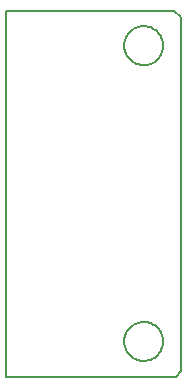
<source format=gbo>
G75*
G70*
%OFA0B0*%
%FSLAX24Y24*%
%IPPOS*%
%LPD*%
%AMOC8*
5,1,8,0,0,1.08239X$1,22.5*
%
%ADD10C,0.0060*%
%ADD11C,0.0080*%
D10*
X006555Y002124D02*
X006557Y002174D01*
X006563Y002224D01*
X006573Y002274D01*
X006586Y002322D01*
X006603Y002370D01*
X006624Y002416D01*
X006648Y002460D01*
X006676Y002502D01*
X006707Y002542D01*
X006741Y002579D01*
X006778Y002614D01*
X006817Y002645D01*
X006858Y002674D01*
X006902Y002699D01*
X006948Y002721D01*
X006995Y002739D01*
X007043Y002753D01*
X007092Y002764D01*
X007142Y002771D01*
X007192Y002774D01*
X007243Y002773D01*
X007293Y002768D01*
X007343Y002759D01*
X007391Y002747D01*
X007439Y002730D01*
X007485Y002710D01*
X007530Y002687D01*
X007573Y002660D01*
X007613Y002630D01*
X007651Y002597D01*
X007686Y002561D01*
X007719Y002522D01*
X007748Y002481D01*
X007774Y002438D01*
X007797Y002393D01*
X007816Y002346D01*
X007831Y002298D01*
X007843Y002249D01*
X007851Y002199D01*
X007855Y002149D01*
X007855Y002099D01*
X007851Y002049D01*
X007843Y001999D01*
X007831Y001950D01*
X007816Y001902D01*
X007797Y001855D01*
X007774Y001810D01*
X007748Y001767D01*
X007719Y001726D01*
X007686Y001687D01*
X007651Y001651D01*
X007613Y001618D01*
X007573Y001588D01*
X007530Y001561D01*
X007485Y001538D01*
X007439Y001518D01*
X007391Y001501D01*
X007343Y001489D01*
X007293Y001480D01*
X007243Y001475D01*
X007192Y001474D01*
X007142Y001477D01*
X007092Y001484D01*
X007043Y001495D01*
X006995Y001509D01*
X006948Y001527D01*
X006902Y001549D01*
X006858Y001574D01*
X006817Y001603D01*
X006778Y001634D01*
X006741Y001669D01*
X006707Y001706D01*
X006676Y001746D01*
X006648Y001788D01*
X006624Y001832D01*
X006603Y001878D01*
X006586Y001926D01*
X006573Y001974D01*
X006563Y002024D01*
X006557Y002074D01*
X006555Y002124D01*
X006555Y011984D02*
X006557Y012034D01*
X006563Y012084D01*
X006573Y012134D01*
X006586Y012182D01*
X006603Y012230D01*
X006624Y012276D01*
X006648Y012320D01*
X006676Y012362D01*
X006707Y012402D01*
X006741Y012439D01*
X006778Y012474D01*
X006817Y012505D01*
X006858Y012534D01*
X006902Y012559D01*
X006948Y012581D01*
X006995Y012599D01*
X007043Y012613D01*
X007092Y012624D01*
X007142Y012631D01*
X007192Y012634D01*
X007243Y012633D01*
X007293Y012628D01*
X007343Y012619D01*
X007391Y012607D01*
X007439Y012590D01*
X007485Y012570D01*
X007530Y012547D01*
X007573Y012520D01*
X007613Y012490D01*
X007651Y012457D01*
X007686Y012421D01*
X007719Y012382D01*
X007748Y012341D01*
X007774Y012298D01*
X007797Y012253D01*
X007816Y012206D01*
X007831Y012158D01*
X007843Y012109D01*
X007851Y012059D01*
X007855Y012009D01*
X007855Y011959D01*
X007851Y011909D01*
X007843Y011859D01*
X007831Y011810D01*
X007816Y011762D01*
X007797Y011715D01*
X007774Y011670D01*
X007748Y011627D01*
X007719Y011586D01*
X007686Y011547D01*
X007651Y011511D01*
X007613Y011478D01*
X007573Y011448D01*
X007530Y011421D01*
X007485Y011398D01*
X007439Y011378D01*
X007391Y011361D01*
X007343Y011349D01*
X007293Y011340D01*
X007243Y011335D01*
X007192Y011334D01*
X007142Y011337D01*
X007092Y011344D01*
X007043Y011355D01*
X006995Y011369D01*
X006948Y011387D01*
X006902Y011409D01*
X006858Y011434D01*
X006817Y011463D01*
X006778Y011494D01*
X006741Y011529D01*
X006707Y011566D01*
X006676Y011606D01*
X006648Y011648D01*
X006624Y011692D01*
X006603Y011738D01*
X006586Y011786D01*
X006573Y011834D01*
X006563Y011884D01*
X006557Y011934D01*
X006555Y011984D01*
D11*
X002605Y013154D02*
X002605Y000954D01*
X008255Y000954D01*
X008268Y000952D02*
X008464Y001149D01*
X008464Y012920D01*
X008455Y012924D02*
X008205Y013154D01*
X002605Y013154D01*
M02*

</source>
